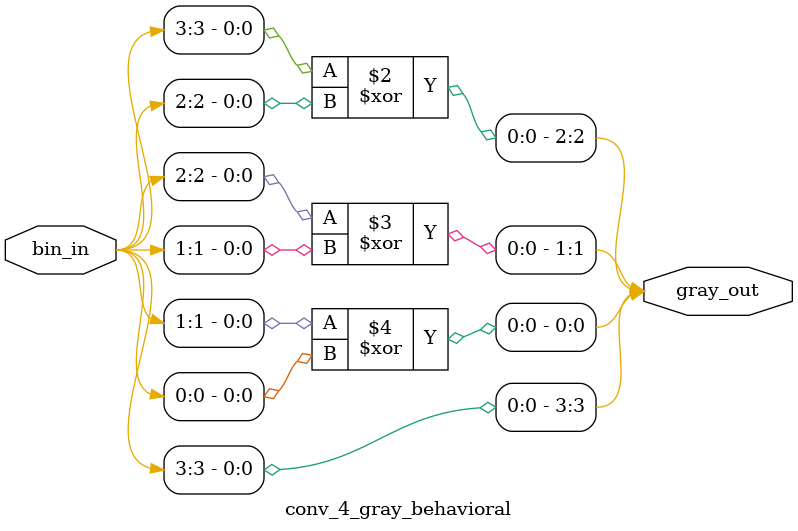
<source format=v>

module conv_4_gray_behavioral (
    input  wire [3:0] bin_in,   // Vetor de entrada em código binário (4 bits)
    output reg  [3:0] gray_out  // Vetor de saída em código Gray (4 bits)
);
    // ------------------------------------------------------------------------
    // Bloco combinacional principal
    // - Utiliza atribuições procedurais para cada bit da saída.
    // - Implementa as equações clássicas do conversor binário -> Gray:
    //      G3 = B3
    //      G2 = B3 ^ B2
    //      G1 = B2 ^ B1
    //      G0 = B1 ^ B0
    // ------------------------------------------------------------------------
    always @* begin
        gray_out[3] = bin_in[3];                 // Bit mais significativo do Gray recebe diretamente B3
        gray_out[2] = bin_in[3] ^ bin_in[2];     // G2 é o XOR entre B3 e B2
        gray_out[1] = bin_in[2] ^ bin_in[1];     // G1 é o XOR entre B2 e B1
        gray_out[0] = bin_in[1] ^ bin_in[0];     // G0 é o XOR entre B1 e B0
    end

endmodule

</source>
